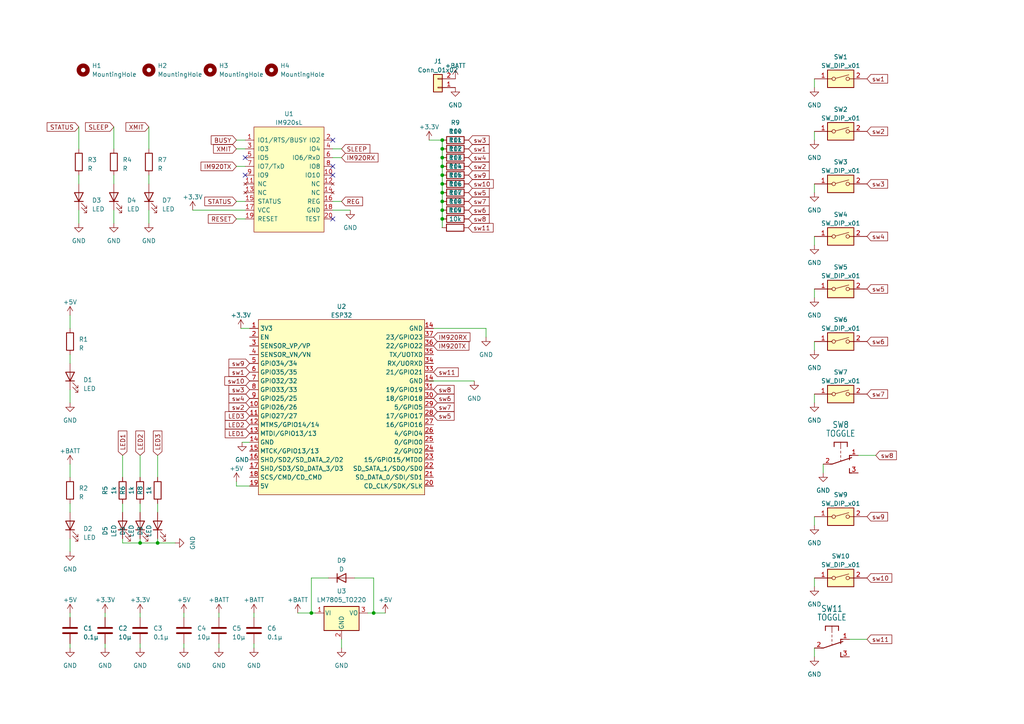
<source format=kicad_sch>
(kicad_sch (version 20230121) (generator eeschema)
  (paper "A4")
  (lib_symbols
    (symbol "Connector_Generic:Conn_01x02" (pin_names (offset 1.016) hide)
      (property "Reference" "J" (at 0 2.54 0))
      (property "Value" "Conn_01x02" (at 0 -5.08 0))
      (symbol "Conn_01x02_1_1"
        (rectangle (start -1.27 -2.413) (end 0 -2.667) (stroke (width 0.1524)))
        (rectangle (start -1.27 0.127) (end 0 -0.127) (stroke (width 0.1524)))
        (rectangle (start -1.27 1.27) (end 1.27 -3.81) (stroke (width 0.254)) (fill (type background)))
        (pin passive line (at -5.08 0 0) (length 3.81) (name "Pin_1") (number "1"))
        (pin passive line (at -5.08 -2.54 0) (length 3.81) (name "Pin_2") (number "2"))
      )
    )
    (symbol "Device:C" (pin_numbers hide) (pin_names (offset 0.254))
      (property "Reference" "C" (at 0.635 2.54 0))
      (property "Value" "C" (at 0.635 -2.54 0))
      (symbol "C_0_1"
        (polyline (pts (xy -2.032 -0.762) (xy 2.032 -0.762)) (stroke (width 0.508)))
        (polyline (pts (xy -2.032 0.762) (xy 2.032 0.762)) (stroke (width 0.508)))
      )
      (symbol "C_1_1"
        (pin passive line (at 0 3.81 270) (length 2.794) (name "~") (number "1"))
        (pin passive line (at 0 -3.81 90) (length 2.794) (name "~") (number "2"))
      )
    )
    (symbol "Device:D" (pin_numbers hide) (pin_names (offset 1.016) hide)
      (property "Reference" "D" (at 0 2.54 0))
      (property "Value" "D" (at 0 -2.54 0))
      (symbol "D_0_1"
        (polyline (pts (xy -1.27 1.27) (xy -1.27 -1.27)) (stroke (width 0.254)))
        (polyline (pts (xy 1.27 0) (xy -1.27 0)))
        (polyline (pts (xy 1.27 1.27) (xy 1.27 -1.27) (xy -1.27 0) (xy 1.27 1.27)) (stroke (width 0.254)))
      )
      (symbol "D_1_1"
        (pin passive line (at -3.81 0 0) (length 2.54) (name "K") (number "1"))
        (pin passive line (at 3.81 0 180) (length 2.54) (name "A") (number "2"))
      )
    )
    (symbol "Device:LED" (pin_numbers hide) (pin_names (offset 1.016) hide)
      (property "Reference" "D" (at 0 2.54 0))
      (property "Value" "LED" (at 0 -2.54 0))
      (symbol "LED_0_1"
        (polyline (pts (xy -1.27 -1.27) (xy -1.27 1.27)) (stroke (width 0.254)))
        (polyline (pts (xy -1.27 0) (xy 1.27 0)))
        (polyline (pts (xy 1.27 -1.27) (xy 1.27 1.27) (xy -1.27 0) (xy 1.27 -1.27)) (stroke (width 0.254)))
        (polyline (pts (xy -3.048 -0.762) (xy -4.572 -2.286) (xy -3.81 -2.286) (xy -4.572 -2.286) (xy -4.572 -1.524)))
        (polyline (pts (xy -1.778 -0.762) (xy -3.302 -2.286) (xy -2.54 -2.286) (xy -3.302 -2.286) (xy -3.302 -1.524)))
      )
      (symbol "LED_1_1"
        (pin passive line (at -3.81 0 0) (length 2.54) (name "K") (number "1"))
        (pin passive line (at 3.81 0 180) (length 2.54) (name "A") (number "2"))
      )
    )
    (symbol "Device:R" (pin_numbers hide) (pin_names (offset 0))
      (property "Reference" "R" (at 2.032 0 90))
      (property "Value" "R" (at 0 0 90))
      (symbol "R_0_1"
        (rectangle (start -1.016 -2.54) (end 1.016 2.54) (stroke (width 0.254)))
      )
      (symbol "R_1_1"
        (pin passive line (at 0 3.81 270) (length 1.27) (name "~") (number "1"))
        (pin passive line (at 0 -3.81 90) (length 1.27) (name "~") (number "2"))
      )
    )
    (symbol "ESP32:ESP32"
      (property "Reference" "U" (at 0 0 0))
      (property "Value" "ESP32" (at 0 0 0))
      (symbol "ESP32_1_1"
        (rectangle (start -24.13 24.13) (end 24.13 -26.67) (fill (type background)))
        (pin power_out line (at -26.67 21.59 0) (length 2.54) (name "3V3") (number "1"))
        (pin bidirectional line (at -26.67 -1.27 0) (length 2.54) (name "GPIO26/26") (number "10"))
        (pin bidirectional line (at -26.67 -3.81 0) (length 2.54) (name "GPIO27/27") (number "11"))
        (pin bidirectional line (at -26.67 -6.35 0) (length 2.54) (name "MTMS/GPIO14/14") (number "12"))
        (pin bidirectional line (at -26.67 -8.89 0) (length 2.54) (name "MTDI/GPIO13/13") (number "13"))
        (pin power_out line (at -26.67 -11.43 0) (length 2.54) (name "GND") (number "14"))
        (pin power_out line (at 26.67 6.35 180) (length 2.54) (name "GND") (number "14"))
        (pin power_out line (at 26.67 21.59 180) (length 2.54) (name "GND") (number "14"))
        (pin bidirectional line (at -26.67 -13.97 0) (length 2.54) (name "MTCK/GPIO13/13") (number "15"))
        (pin bidirectional line (at -26.67 -16.51 0) (length 2.54) (name "SHD/SD2/SD_DATA_2/D2") (number "16"))
        (pin bidirectional line (at -26.67 -19.05 0) (length 2.54) (name "SHD/SD3/SD_DATA_3/D3") (number "17"))
        (pin bidirectional line (at -26.67 -21.59 0) (length 2.54) (name "SCS/CMD/CD_CMD") (number "18"))
        (pin power_out line (at -26.67 -24.13 0) (length 2.54) (name "5V") (number "19"))
        (pin input line (at -26.67 19.05 0) (length 2.54) (name "EN") (number "2"))
        (pin bidirectional line (at 26.67 -24.13 180) (length 2.54) (name "CD_CLK/SDK/SLK") (number "20"))
        (pin bidirectional line (at 26.67 -21.59 180) (length 2.54) (name "SD_DATA_0/SDI/SD1") (number "21"))
        (pin bidirectional line (at 26.67 -19.05 180) (length 2.54) (name "SD_SATA_1/SDO/SD0") (number "22"))
        (pin bidirectional line (at 26.67 -16.51 180) (length 2.54) (name "15/GPIO15/MTDO") (number "23"))
        (pin bidirectional line (at 26.67 -13.97 180) (length 2.54) (name "2/GPIO2") (number "24"))
        (pin bidirectional line (at 26.67 -11.43 180) (length 2.54) (name "0/GPIO0") (number "25"))
        (pin bidirectional line (at 26.67 -8.89 180) (length 2.54) (name "4/GPIO4") (number "26"))
        (pin bidirectional line (at 26.67 -6.35 180) (length 2.54) (name "16/GPIO16") (number "27"))
        (pin bidirectional line (at 26.67 -3.81 180) (length 2.54) (name "17/GPIO17") (number "28"))
        (pin bidirectional line (at 26.67 -1.27 180) (length 2.54) (name "5/GPIO5") (number "29"))
        (pin input line (at -26.67 16.51 0) (length 2.54) (name "SENSOR_VP/VP") (number "3"))
        (pin bidirectional line (at 26.67 1.27 180) (length 2.54) (name "18/GPIO18") (number "30"))
        (pin bidirectional line (at 26.67 3.81 180) (length 2.54) (name "19/GPIO19") (number "31"))
        (pin bidirectional line (at 26.67 8.89 180) (length 2.54) (name "21/GPIO21") (number "33"))
        (pin bidirectional line (at 26.67 11.43 180) (length 2.54) (name "RX/UORXD") (number "34"))
        (pin bidirectional line (at 26.67 13.97 180) (length 2.54) (name "TX/UOTXD") (number "35"))
        (pin bidirectional line (at 26.67 16.51 180) (length 2.54) (name "22/GPIO22") (number "36"))
        (pin bidirectional line (at 26.67 19.05 180) (length 2.54) (name "23/GPIO23") (number "37"))
        (pin input line (at -26.67 13.97 0) (length 2.54) (name "SENSOR_VN/VN") (number "4"))
        (pin bidirectional line (at -26.67 11.43 0) (length 2.54) (name "GPIO34/34") (number "5"))
        (pin bidirectional line (at -26.67 8.89 0) (length 2.54) (name "GPIO35/35") (number "6"))
        (pin bidirectional line (at -26.67 6.35 0) (length 2.54) (name "GPIO32/32") (number "7"))
        (pin bidirectional line (at -26.67 3.81 0) (length 2.54) (name "GPIO33/33") (number "8"))
        (pin bidirectional line (at -26.67 1.27 0) (length 2.54) (name "GPIO25/25") (number "9"))
      )
    )
    (symbol "Mechanical:MountingHole" (pin_names (offset 1.016))
      (property "Reference" "H" (at 0 5.08 0))
      (property "Value" "MountingHole" (at 0 3.175 0))
      (symbol "MountingHole_0_1"
        (circle (center 0 0) (radius 1.27) (stroke (width 1.27)))
      )
    )
    (symbol "Regulator_Linear:LM7805_TO220" (pin_names (offset 0.254))
      (property "Reference" "U" (at -3.81 3.175 0))
      (property "Value" "LM7805_TO220" (at 0 3.175 0))
      (symbol "LM7805_TO220_0_1"
        (rectangle (start -5.08 1.905) (end 5.08 -5.08) (stroke (width 0.254)) (fill (type background)))
      )
      (symbol "LM7805_TO220_1_1"
        (pin power_in line (at -7.62 0 0) (length 2.54) (name "VI") (number "1"))
        (pin power_in line (at 0 -7.62 90) (length 2.54) (name "GND") (number "2"))
        (pin power_out line (at 7.62 0 180) (length 2.54) (name "VO") (number "3"))
      )
    )
    (symbol "Switch:SW_DIP_x01" (pin_names (offset 0) hide)
      (property "Reference" "SW" (at 0 3.81 0))
      (property "Value" "SW_DIP_x01" (at 0 -3.81 0))
      (symbol "SW_DIP_x01_0_0"
        (circle (center -2.032 0) (radius 0.508))
        (polyline (pts (xy -1.524 0.127) (xy 2.3622 1.1684)))
        (circle (center 2.032 0) (radius 0.508))
      )
      (symbol "SW_DIP_x01_0_1"
        (rectangle (start -3.81 2.54) (end 3.81 -2.54) (stroke (width 0.254)) (fill (type background)))
      )
      (symbol "SW_DIP_x01_1_1"
        (pin passive line (at -7.62 0 0) (length 5.08) (name "~") (number "1"))
        (pin passive line (at 7.62 0 180) (length 5.08) (name "~") (number "2"))
      )
    )
    (symbol "interplan:IM920sL" (pin_names (offset 1.016))
      (property "Reference" "U" (at 0 15.24 0))
      (property "Value" "IM920sL" (at 0 -17.78 0))
      (symbol "IM920sL_0_1"
        (rectangle (start -10.16 13.97) (end 10.16 -16.51) (fill (type background)))
      )
      (symbol "IM920sL_1_1"
        (pin input line (at -12.7 10.16 0) (length 2.54) (name "IO1/RTS/BUSY") (number "1"))
        (pin input line (at 12.7 0 180) (length 2.54) (name "IO10") (number "10"))
        (pin no_connect line (at -12.7 -2.54 0) (length 2.54) (name "NC") (number "11"))
        (pin no_connect line (at 12.7 -2.54 180) (length 2.54) (name "NC") (number "12"))
        (pin no_connect line (at -12.7 -5.08 0) (length 2.54) (name "NC") (number "13"))
        (pin no_connect line (at 12.7 -5.08 180) (length 2.54) (name "NC") (number "14"))
        (pin input line (at -12.7 -7.62 0) (length 2.54) (name "STATUS") (number "15"))
        (pin input line (at 12.7 -7.62 180) (length 2.54) (name "REG") (number "16"))
        (pin input line (at -12.7 -10.16 0) (length 2.54) (name "VCC") (number "17"))
        (pin input line (at 12.7 -10.16 180) (length 2.54) (name "GND") (number "18"))
        (pin input line (at -12.7 -12.7 0) (length 2.54) (name "RESET") (number "19"))
        (pin input line (at 12.7 10.16 180) (length 2.54) (name "IO2") (number "2"))
        (pin input line (at 12.7 -12.7 180) (length 2.54) (name "TEST") (number "20"))
        (pin input line (at -12.7 7.62 0) (length 2.54) (name "IO3") (number "3"))
        (pin input line (at 12.7 7.62 180) (length 2.54) (name "IO4") (number "4"))
        (pin input line (at -12.7 5.08 0) (length 2.54) (name "IO5") (number "5"))
        (pin input line (at 12.7 5.08 180) (length 2.54) (name "IO6/RxD") (number "6"))
        (pin input line (at -12.7 2.54 0) (length 2.54) (name "IO7/TxD") (number "7"))
        (pin input line (at 12.7 2.54 180) (length 2.54) (name "IO8") (number "8"))
        (pin input line (at -12.7 0 0) (length 2.54) (name "IO9") (number "9"))
      )
    )
    (symbol "power:+3.3V" (power) (pin_names (offset 0))
      (property "Value" "+3.3V" (at 0 3.556 0))
      (symbol "+3.3V_0_1"
        (polyline (pts (xy -0.762 1.27) (xy 0 2.54)))
        (polyline (pts (xy 0 0) (xy 0 2.54)))
        (polyline (pts (xy 0 2.54) (xy 0.762 1.27)))
      )
      (symbol "+3.3V_1_1"
        (pin power_in line (at 0 0 90) (length 0) hide (name "+3.3V") (number "1"))
      )
    )
    (symbol "power:+5V" (power) (pin_names (offset 0))
      (property "Value" "+5V" (at 0 3.556 0))
      (symbol "+5V_0_1"
        (polyline (pts (xy -0.762 1.27) (xy 0 2.54)))
        (polyline (pts (xy 0 0) (xy 0 2.54)))
        (polyline (pts (xy 0 2.54) (xy 0.762 1.27)))
      )
      (symbol "+5V_1_1"
        (pin power_in line (at 0 0 90) (length 0) hide (name "+5V") (number "1"))
      )
    )
    (symbol "power:+BATT" (power) (pin_names (offset 0))
      (property "Value" "+BATT" (at 0 3.556 0))
      (symbol "+BATT_0_1"
        (polyline (pts (xy -0.762 1.27) (xy 0 2.54)))
        (polyline (pts (xy 0 0) (xy 0 2.54)))
        (polyline (pts (xy 0 2.54) (xy 0.762 1.27)))
      )
      (symbol "+BATT_1_1"
        (pin power_in line (at 0 0 90) (length 0) hide (name "+BATT") (number "1"))
      )
    )
    (symbol "power:GND" (power) (pin_names (offset 0))
      (property "Value" "GND" (at 0 -3.81 0))
      (symbol "GND_0_1"
        (polyline (pts (xy 0 0) (xy 0 -1.27) (xy 1.27 -1.27) (xy 0 -2.54) (xy -1.27 -1.27) (xy 0 -1.27)))
      )
      (symbol "GND_1_1"
        (pin power_in line (at 0 0 270) (length 0) hide (name "GND") (number "1"))
      )
    )
    (symbol "s-ken:TOGGLE"
      (property "Reference" "SW" (at -6.731 -2.667 90))
      (property "Value" "TOGGLE" (at 4.953 -5.08 90))
      (symbol "TOGGLE_1_0"
        (polyline (pts (xy -6.35 -1.905) (xy -5.08 -1.905)) (stroke (width 0.254)))
        (polyline (pts (xy -6.35 0) (xy -6.35 -1.905)) (stroke (width 0.254)))
        (polyline (pts (xy -6.35 0) (xy -4.445 0)) (stroke (width 0.1524)))
        (polyline (pts (xy -6.35 1.905) (xy -6.35 0)) (stroke (width 0.254)))
        (polyline (pts (xy -6.35 1.905) (xy -5.08 1.905)) (stroke (width 0.254)))
        (polyline (pts (xy -3.175 0) (xy -3.81 0)) (stroke (width 0.1524)))
        (polyline (pts (xy -2.54 2.54) (xy -2.54 3.175)) (stroke (width 0.254)))
        (polyline (pts (xy -2.54 2.54) (xy -1.27 2.54)) (stroke (width 0.254)))
        (polyline (pts (xy -1.905 0) (xy -2.54 0)) (stroke (width 0.1524)))
        (polyline (pts (xy -0.889 0) (xy -1.27 0)) (stroke (width 0.1524)))
        (polyline (pts (xy 0 -3.175) (xy 0 -2.54)) (stroke (width 0.254)))
        (polyline (pts (xy 0 -2.54) (xy -1.905 3.175)) (stroke (width 0.254)))
        (polyline (pts (xy 1.27 2.54) (xy 2.54 2.54)) (stroke (width 0.254)))
        (polyline (pts (xy 2.54 2.54) (xy 2.54 3.175)) (stroke (width 0.254)))
        (pin passive line (at -2.54 5.08 270) (length 2.54) (name "O") (number "1"))
        (pin passive line (at 0 -5.08 90) (length 2.54) (name "P") (number "2"))
        (pin passive line (at 2.54 5.08 270) (length 2.54) (name "S") (number "3"))
      )
    )
  )
  (junction (at 128.27 50.8))
  (junction (at 128.27 58.42))
  (junction (at 128.27 43.18))
  (junction (at 45.72 157.48))
  (junction (at 40.64 157.48))
  (junction (at 128.27 63.5))
  (junction (at 128.27 60.96))
  (junction (at 128.27 53.34))
  (junction (at 90.3116 177.8))
  (junction (at 128.27 45.72))
  (junction (at 108.3834 177.8))
  (junction (at 128.27 55.88))
  (junction (at 128.27 40.64))
  (junction (at 128.27 48.26))
  (no_connect (at 71.12 45.72))
  (no_connect (at 96.52 63.5))
  (no_connect (at 71.12 50.8))
  (no_connect (at 96.52 40.64))
  (no_connect (at 96.52 50.8))
  (no_connect (at 96.52 48.26))
  (wire (pts (xy 68.58 139.7) (xy 68.58 140.97)))
  (wire (pts (xy 35.56 148.59) (xy 35.56 146.05)))
  (wire (pts (xy 95.25 167.64) (xy 90.3116 167.64)))
  (wire (pts (xy 124.46 110.4939) (xy 124.46 110.49)))
  (wire (pts (xy 43.18 50.8) (xy 43.18 53.34)))
  (wire (pts (xy 40.64 132.08) (xy 40.64 138.43)))
  (wire (pts (xy 236.22 55.88) (xy 236.22 53.34)))
  (wire (pts (xy 73.66 177.8) (xy 73.66 179.07)))
  (wire (pts (xy 63.5 177.8) (xy 63.5 179.07)))
  (wire (pts (xy 45.72 148.59) (xy 45.72 146.05)))
  (wire (pts (xy 90.3116 167.64) (xy 90.3116 177.8)))
  (wire (pts (xy 53.34 177.8) (xy 53.34 179.07)))
  (wire (pts (xy 125.73 95.25) (xy 140.97 95.25)))
  (wire (pts (xy 72.9782 128.27) (xy 72.39 128.27)))
  (wire (pts (xy 128.27 40.64) (xy 124.46 40.64)))
  (wire (pts (xy 53.34 186.69) (xy 53.34 187.96)))
  (wire (pts (xy 236.22 152.4) (xy 236.22 149.86)))
  (wire (pts (xy 68.58 48.26) (xy 71.12 48.26)))
  (wire (pts (xy 128.27 55.88) (xy 128.27 58.42)))
  (wire (pts (xy 90.3116 177.8) (xy 91.44 177.8)))
  (wire (pts (xy 72.9782 128.2739) (xy 72.9782 128.27)))
  (wire (pts (xy 102.87 167.64) (xy 108.3834 167.64)))
  (wire (pts (xy 96.52 45.72) (xy 99.06 45.72)))
  (wire (pts (xy 30.48 177.8) (xy 30.48 179.07)))
  (wire (pts (xy 128.27 50.8) (xy 128.27 53.34)))
  (wire (pts (xy 128.27 53.34) (xy 128.27 55.88)))
  (wire (pts (xy 20.32 113.03) (xy 20.32 116.84)))
  (wire (pts (xy 45.72 157.48) (xy 45.72 156.21)))
  (wire (pts (xy 50.8 157.48) (xy 45.72 157.48)))
  (wire (pts (xy 68.58 43.18) (xy 71.12 43.18)))
  (wire (pts (xy 35.56 132.08) (xy 35.56 138.43)))
  (wire (pts (xy 236.22 40.64) (xy 236.22 38.1)))
  (wire (pts (xy 128.2888 63.5) (xy 128.27 63.5)))
  (wire (pts (xy 99.06 43.18) (xy 96.52 43.18)))
  (wire (pts (xy 33.02 36.83) (xy 33.02 43.18)))
  (wire (pts (xy 30.48 186.69) (xy 30.48 187.96)))
  (wire (pts (xy 40.64 186.69) (xy 40.64 187.96)))
  (wire (pts (xy 43.18 36.83) (xy 43.18 43.18)))
  (wire (pts (xy 68.58 58.42) (xy 71.12 58.42)))
  (wire (pts (xy 128.27 60.96) (xy 128.27 63.5)))
  (wire (pts (xy 124.46 110.49) (xy 125.73 110.49)))
  (wire (pts (xy 20.32 177.8) (xy 20.32 179.07)))
  (wire (pts (xy 22.86 36.83) (xy 22.86 43.18)))
  (wire (pts (xy 68.58 140.97) (xy 72.39 140.97)))
  (wire (pts (xy 70.211 128.2739) (xy 72.9782 128.2739)))
  (wire (pts (xy 128.27 48.26) (xy 128.27 50.8)))
  (wire (pts (xy 128.27 63.5) (xy 128.27 66.04)))
  (wire (pts (xy 22.86 60.96) (xy 22.86 64.77)))
  (wire (pts (xy 128.27 43.18) (xy 128.27 45.72)))
  (wire (pts (xy 68.58 63.5) (xy 71.12 63.5)))
  (wire (pts (xy 108.3834 177.8) (xy 111.76 177.8)))
  (wire (pts (xy 106.68 177.8) (xy 108.3834 177.8)))
  (wire (pts (xy 43.18 60.96) (xy 43.18 64.77)))
  (wire (pts (xy 45.72 132.08) (xy 45.72 138.43)))
  (wire (pts (xy 128.27 40.64) (xy 128.27 43.18)))
  (wire (pts (xy 238.76 137.16) (xy 238.76 134.62)))
  (wire (pts (xy 72.39 95.25) (xy 69.85 95.25)))
  (wire (pts (xy 40.64 177.8) (xy 40.64 179.07)))
  (wire (pts (xy 96.52 60.96) (xy 101.6 60.96)))
  (wire (pts (xy 55.88 60.96) (xy 71.12 60.96)))
  (wire (pts (xy 128.27 66.04) (xy 128.2173 66.04)))
  (wire (pts (xy 20.32 156.21) (xy 20.32 160.02)))
  (wire (pts (xy 137.5581 110.4939) (xy 124.46 110.4939)))
  (wire (pts (xy 40.64 157.48) (xy 35.56 157.48)))
  (wire (pts (xy 40.64 148.59) (xy 40.64 146.05)))
  (wire (pts (xy 236.22 190.5) (xy 236.22 187.96)))
  (wire (pts (xy 20.32 134.62) (xy 20.32 138.43)))
  (wire (pts (xy 108.3834 167.64) (xy 108.3834 177.8)))
  (wire (pts (xy 86.36 177.8) (xy 90.3116 177.8)))
  (wire (pts (xy 236.22 86.36) (xy 236.22 83.82)))
  (wire (pts (xy 33.02 50.8) (xy 33.02 53.34)))
  (wire (pts (xy 254 132.08) (xy 248.92 132.08)))
  (wire (pts (xy 128.27 58.42) (xy 128.27 60.96)))
  (wire (pts (xy 99.06 58.42) (xy 96.52 58.42)))
  (wire (pts (xy 35.56 157.48) (xy 35.56 156.21)))
  (wire (pts (xy 236.22 25.4) (xy 236.22 22.86)))
  (wire (pts (xy 128.27 45.72) (xy 128.27 48.26)))
  (wire (pts (xy 40.64 157.48) (xy 40.64 156.21)))
  (wire (pts (xy 20.32 91.44) (xy 20.32 95.25)))
  (wire (pts (xy 20.32 186.69) (xy 20.32 187.96)))
  (wire (pts (xy 140.97 95.25) (xy 140.97 97.79)))
  (wire (pts (xy 99.06 185.42) (xy 99.06 187.96)))
  (wire (pts (xy 68.58 40.64) (xy 71.12 40.64)))
  (wire (pts (xy 236.22 101.6) (xy 236.22 99.06)))
  (wire (pts (xy 22.86 50.8) (xy 22.86 53.34)))
  (wire (pts (xy 236.22 71.12) (xy 236.22 68.58)))
  (wire (pts (xy 128.2173 66.04) (xy 128.2173 66.0559)))
  (wire (pts (xy 236.22 170.18) (xy 236.22 167.64)))
  (wire (pts (xy 236.22 116.84) (xy 236.22 114.3)))
  (wire (pts (xy 73.66 186.69) (xy 73.66 187.96)))
  (wire (pts (xy 251.46 185.42) (xy 246.38 185.42)))
  (wire (pts (xy 20.32 146.05) (xy 20.32 148.59)))
  (wire (pts (xy 33.02 60.96) (xy 33.02 64.77)))
  (wire (pts (xy 63.5 186.69) (xy 63.5 187.96)))
  (wire (pts (xy 45.72 157.48) (xy 40.64 157.48)))
  (wire (pts (xy 20.32 102.87) (xy 20.32 105.41)))
  (global_label "LED3" (shape input) (at 45.72 132.08 90) (property "Intersheetrefs" "${INTERSHEET_REFS}" (effects hide)))
  (global_label "sw5" (shape input) (at 135.89 55.88 0) (property "Intersheetrefs" "${INTERSHEET_REFS}" (effects hide)))
  (global_label "sw10" (shape input) (at 251.46 167.64 0) (property "Intersheetrefs" "${INTERSHEET_REFS}" (effects hide)))
  (global_label "sw8" (shape input) (at 125.73 113.03 0) (property "Intersheetrefs" "${INTERSHEET_REFS}" (effects hide)))
  (global_label "sw1" (shape input) (at 251.46 22.86 0) (property "Intersheetrefs" "${INTERSHEET_REFS}" (effects hide)))
  (global_label "LED2" (shape input) (at 72.39 123.19 180) (property "Intersheetrefs" "${INTERSHEET_REFS}" (effects hide)))
  (global_label "REG" (shape input) (at 99.06 58.42 0) (property "Intersheetrefs" "${INTERSHEET_REFS}" (effects hide)))
  (global_label "XMIT" (shape input) (at 43.18 36.83 180) (property "Intersheetrefs" "${INTERSHEET_REFS}" (effects hide)))
  (global_label "sw10" (shape input) (at 72.39 110.49 180) (property "Intersheetrefs" "${INTERSHEET_REFS}" (effects hide)))
  (global_label "sw6" (shape input) (at 251.46 99.06 0) (property "Intersheetrefs" "${INTERSHEET_REFS}" (effects hide)))
  (global_label "IM920RX" (shape input) (at 125.73 97.79 0) (property "Intersheetrefs" "${INTERSHEET_REFS}" (effects hide)))
  (global_label "sw11" (shape input) (at 125.73 107.95 0) (property "Intersheetrefs" "${INTERSHEET_REFS}" (effects hide)))
  (global_label "sw4" (shape input) (at 72.39 115.57 180) (property "Intersheetrefs" "${INTERSHEET_REFS}" (effects hide)))
  (global_label "IM920TX" (shape input) (at 125.73 100.33 0) (property "Intersheetrefs" "${INTERSHEET_REFS}" (effects hide)))
  (global_label "sw2" (shape input) (at 251.46 38.1 0) (property "Intersheetrefs" "${INTERSHEET_REFS}" (effects hide)))
  (global_label "RESET" (shape input) (at 68.58 63.5 180) (property "Intersheetrefs" "${INTERSHEET_REFS}" (effects hide)))
  (global_label "sw9" (shape input) (at 135.89 50.8 0) (property "Intersheetrefs" "${INTERSHEET_REFS}" (effects hide)))
  (global_label "LED3" (shape input) (at 72.39 120.65 180) (property "Intersheetrefs" "${INTERSHEET_REFS}" (effects hide)))
  (global_label "LED2" (shape input) (at 40.64 132.08 90) (property "Intersheetrefs" "${INTERSHEET_REFS}" (effects hide)))
  (global_label "sw4" (shape input) (at 251.46 68.58 0) (property "Intersheetrefs" "${INTERSHEET_REFS}" (effects hide)))
  (global_label "LED1" (shape input) (at 35.56 132.08 90) (property "Intersheetrefs" "${INTERSHEET_REFS}" (effects hide)))
  (global_label "LED1" (shape input) (at 72.39 125.73 180) (property "Intersheetrefs" "${INTERSHEET_REFS}" (effects hide)))
  (global_label "sw4" (shape input) (at 135.89 45.72 0) (property "Intersheetrefs" "${INTERSHEET_REFS}" (effects hide)))
  (global_label "sw9" (shape input) (at 72.39 105.41 180) (property "Intersheetrefs" "${INTERSHEET_REFS}" (effects hide)))
  (global_label "sw9" (shape input) (at 251.46 149.86 0) (property "Intersheetrefs" "${INTERSHEET_REFS}" (effects hide)))
  (global_label "sw8" (shape input) (at 254 132.08 0) (property "Intersheetrefs" "${INTERSHEET_REFS}" (effects hide)))
  (global_label "sw7" (shape input) (at 135.89 58.42 0) (property "Intersheetrefs" "${INTERSHEET_REFS}" (effects hide)))
  (global_label "sw11" (shape input) (at 135.8373 66.0559 0) (property "Intersheetrefs" "${INTERSHEET_REFS}" (effects hide)))
  (global_label "sw3" (shape input) (at 72.39 113.03 180) (property "Intersheetrefs" "${INTERSHEET_REFS}" (effects hide)))
  (global_label "sw7" (shape input) (at 125.73 118.11 0) (property "Intersheetrefs" "${INTERSHEET_REFS}" (effects hide)))
  (global_label "SLEEP" (shape input) (at 33.02 36.83 180) (property "Intersheetrefs" "${INTERSHEET_REFS}" (effects hide)))
  (global_label "sw1" (shape input) (at 72.39 107.95 180) (property "Intersheetrefs" "${INTERSHEET_REFS}" (effects hide)))
  (global_label "BUSY" (shape input) (at 68.58 40.64 180) (property "Intersheetrefs" "${INTERSHEET_REFS}" (effects hide)))
  (global_label "sw3" (shape input) (at 135.89 40.64 0) (property "Intersheetrefs" "${INTERSHEET_REFS}" (effects hide)))
  (global_label "sw1" (shape input) (at 135.89 43.18 0) (property "Intersheetrefs" "${INTERSHEET_REFS}" (effects hide)))
  (global_label "sw6" (shape input) (at 125.73 115.57 0) (property "Intersheetrefs" "${INTERSHEET_REFS}" (effects hide)))
  (global_label "sw11" (shape input) (at 251.46 185.42 0) (property "Intersheetrefs" "${INTERSHEET_REFS}" (effects hide)))
  (global_label "STATUS" (shape input) (at 22.86 36.83 180) (property "Intersheetrefs" "${INTERSHEET_REFS}" (effects hide)))
  (global_label "SLEEP" (shape input) (at 99.06 43.18 0) (property "Intersheetrefs" "${INTERSHEET_REFS}" (effects hide)))
  (global_label "sw3" (shape input) (at 251.46 53.34 0) (property "Intersheetrefs" "${INTERSHEET_REFS}" (effects hide)))
  (global_label "IM920RX" (shape input) (at 99.06 45.72 0) (property "Intersheetrefs" "${INTERSHEET_REFS}" (effects hide)))
  (global_label "sw7" (shape input) (at 251.46 114.3 0) (property "Intersheetrefs" "${INTERSHEET_REFS}" (effects hide)))
  (global_label "sw8" (shape input) (at 135.89 63.5 0) (property "Intersheetrefs" "${INTERSHEET_REFS}" (effects hide)))
  (global_label "sw6" (shape input) (at 135.89 60.96 0) (property "Intersheetrefs" "${INTERSHEET_REFS}" (effects hide)))
  (global_label "sw5" (shape input) (at 251.46 83.82 0) (property "Intersheetrefs" "${INTERSHEET_REFS}" (effects hide)))
  (global_label "STATUS" (shape input) (at 68.58 58.42 180) (property "Intersheetrefs" "${INTERSHEET_REFS}" (effects hide)))
  (global_label "sw2" (shape input) (at 135.89 48.26 0) (property "Intersheetrefs" "${INTERSHEET_REFS}" (effects hide)))
  (global_label "sw10" (shape input) (at 135.89 53.34 0) (property "Intersheetrefs" "${INTERSHEET_REFS}" (effects hide)))
  (global_label "IM920TX" (shape input) (at 68.58 48.26 180) (property "Intersheetrefs" "${INTERSHEET_REFS}" (effects hide)))
  (global_label "sw2" (shape input) (at 72.39 118.11 180) (property "Intersheetrefs" "${INTERSHEET_REFS}" (effects hide)))
  (global_label "sw5" (shape input) (at 125.73 120.65 0) (property "Intersheetrefs" "${INTERSHEET_REFS}" (effects hide)))
  (global_label "XMIT" (shape input) (at 68.58 43.18 180) (property "Intersheetrefs" "${INTERSHEET_REFS}" (effects hide)))
  (symbol (lib_id "interplan:IM920sL") (at 83.82 50.8 0) (unit 1)
    (property "Reference" "U1" (at 83.82 33.02 0))
    (property "Value" "IM920sL" (at 83.82 35.56 0))
    (property "Footprint" "interplan:IM920c-ADP_1" (effects hide))
  )
  (symbol (lib_id "ESP32:ESP32") (at 99.06 116.84 0) (unit 1)
    (property "Reference" "U2" (at 99.06 88.9 0))
    (property "Value" "ESP32" (at 99.06 91.44 0))
    (property "Footprint" "ESP32_fot:ESP32" (effects hide))
  )
  (symbol (lib_id "power:GND") (at 236.22 190.5 0) (unit 1)
    (property "Reference" "#PWR044" (effects hide))
    (property "Value" "GND" (at 236.22 195.58 0))
  )
  (symbol (lib_id "Device:C") (at 53.34 182.88 0) (unit 1)
    (property "Reference" "C4" (at 57.15 182.245 0) (effects (justify left)))
    (property "Value" "10μ" (at 57.15 184.785 0) (effects (justify left)))
    (property "Footprint" "Capacitor_THT:CP_Radial_Tantal_D6.0mm_P2.50mm" (effects hide))
  )
  (symbol (lib_id "power:+BATT") (at 86.36 177.8 0) (unit 1)
    (property "Reference" "#PWR025" (effects hide))
    (property "Value" "+BATT" (at 86.36 173.99 0))
  )
  (symbol (lib_id "power:GND") (at 236.22 116.84 0) (unit 1)
    (property "Reference" "#PWR040" (effects hide))
    (property "Value" "GND" (at 236.22 121.92 0))
  )
  (symbol (lib_id "power:GND") (at 73.66 187.96 0) (unit 1)
    (property "Reference" "#PWR024" (effects hide))
    (property "Value" "GND" (at 73.66 193.04 0))
  )
  (symbol (lib_id "Connector_Generic:Conn_01x02") (at 127 25.4 180) (unit 1)
    (property "Reference" "J1" (at 127 17.78 0))
    (property "Value" "Conn_01x02" (at 127 20.32 0))
    (property "Footprint" "Connector_AMASS:AMASS_XT30PW-F_1x02_P2.50mm_Horizontal" (effects hide))
  )
  (symbol (lib_id "Device:LED") (at 43.18 57.15 90) (unit 1)
    (property "Reference" "D7" (at 46.99 58.1025 90) (effects (justify right)))
    (property "Value" "LED" (at 46.99 60.6425 90) (effects (justify right)))
    (property "Footprint" "LED_THT:LED_D3.0mm" (effects hide))
  )
  (symbol (lib_id "Device:R") (at 35.56 142.24 0) (unit 1)
    (property "Reference" "R5" (at 30.48 142.24 90))
    (property "Value" "1k" (at 33.02 142.24 90))
    (property "Footprint" "Resistor_THT:R_Axial_DIN0204_L3.6mm_D1.6mm_P7.62mm_Horizontal" (effects hide))
  )
  (symbol (lib_id "power:+BATT") (at 63.5 177.8 0) (unit 1)
    (property "Reference" "#PWR018" (effects hide))
    (property "Value" "+BATT" (at 63.5 173.99 0))
  )
  (symbol (lib_id "Device:R") (at 132.08 45.72 270) (unit 1)
    (property "Reference" "R11" (at 132.08 40.64 90))
    (property "Value" "10k" (at 132.08 43.18 90))
    (property "Footprint" "Resistor_THT:R_Axial_DIN0204_L3.6mm_D1.6mm_P7.62mm_Horizontal" (effects hide))
  )
  (symbol (lib_id "power:GND") (at 101.6 60.96 0) (unit 1)
    (property "Reference" "#PWR027" (effects hide))
    (property "Value" "GND" (at 101.6 66.04 0))
  )
  (symbol (lib_id "Device:R") (at 132.08 60.96 270) (unit 1)
    (property "Reference" "R17" (at 132.08 55.88 90))
    (property "Value" "10k" (at 132.08 58.42 90))
    (property "Footprint" "Resistor_THT:R_Axial_DIN0204_L3.6mm_D1.6mm_P7.62mm_Horizontal" (effects hide))
  )
  (symbol (lib_id "Device:C") (at 63.5 182.88 0) (unit 1)
    (property "Reference" "C5" (at 67.31 182.245 0) (effects (justify left)))
    (property "Value" "10μ" (at 67.31 184.785 0) (effects (justify left)))
    (property "Footprint" "Capacitor_THT:CP_Radial_Tantal_D6.0mm_P2.50mm" (effects hide))
  )
  (symbol (lib_id "power:GND") (at 236.22 86.36 0) (unit 1)
    (property "Reference" "#PWR038" (effects hide))
    (property "Value" "GND" (at 236.22 91.44 0))
  )
  (symbol (lib_id "Device:R") (at 132.08 63.5 270) (unit 1)
    (property "Reference" "R18" (at 132.08 58.42 90))
    (property "Value" "10k" (at 132.08 60.96 90))
    (property "Footprint" "Resistor_THT:R_Axial_DIN0204_L3.6mm_D1.6mm_P7.62mm_Horizontal" (effects hide))
  )
  (symbol (lib_id "power:+3.3V") (at 69.85 95.25 0) (unit 1)
    (property "Reference" "#PWR021" (effects hide))
    (property "Value" "+3.3V" (at 69.85 91.44 0))
  )
  (symbol (lib_id "Device:LED") (at 20.32 109.22 90) (unit 1)
    (property "Reference" "D1" (at 24.13 110.1725 90) (effects (justify right)))
    (property "Value" "LED" (at 24.13 112.7125 90) (effects (justify right)))
    (property "Footprint" "LED_THT:LED_D3.0mm" (effects hide))
  )
  (symbol (lib_id "power:GND") (at 70.211 128.2739 0) (unit 1)
    (property "Reference" "#PWR022" (effects hide))
    (property "Value" "GND" (at 70.211 133.3539 0))
  )
  (symbol (lib_id "power:GND") (at 30.48 187.96 0) (unit 1)
    (property "Reference" "#PWR09" (effects hide))
    (property "Value" "GND" (at 30.48 193.04 0))
  )
  (symbol (lib_id "power:GND") (at 238.76 137.16 0) (unit 1)
    (property "Reference" "#PWR043" (effects hide))
    (property "Value" "GND" (at 238.76 142.24 0))
  )
  (symbol (lib_id "Device:C") (at 73.66 182.88 0) (unit 1)
    (property "Reference" "C6" (at 77.47 182.245 0) (effects (justify left)))
    (property "Value" "0.1μ" (at 77.47 184.785 0) (effects (justify left)))
    (property "Footprint" "Capacitor_THT:C_Disc_D3.0mm_W1.6mm_P2.50mm" (effects hide))
  )
  (symbol (lib_id "Device:R") (at 43.18 46.99 180) (unit 1)
    (property "Reference" "R7" (at 45.72 46.355 0) (effects (justify right)))
    (property "Value" "R" (at 45.72 48.895 0) (effects (justify right)))
    (property "Footprint" "Resistor_THT:R_Axial_DIN0204_L3.6mm_D1.6mm_P7.62mm_Horizontal" (effects hide))
  )
  (symbol (lib_id "Device:R") (at 132.08 48.26 270) (unit 1)
    (property "Reference" "R12" (at 132.08 43.18 90))
    (property "Value" "10k" (at 132.08 45.72 90))
    (property "Footprint" "Resistor_THT:R_Axial_DIN0204_L3.6mm_D1.6mm_P7.62mm_Horizontal" (effects hide))
  )
  (symbol (lib_id "Device:R") (at 132.08 58.42 270) (unit 1)
    (property "Reference" "R16" (at 132.08 53.34 90))
    (property "Value" "10k" (at 132.08 55.88 90))
    (property "Footprint" "Resistor_THT:R_Axial_DIN0204_L3.6mm_D1.6mm_P7.62mm_Horizontal" (effects hide))
  )
  (symbol (lib_id "Device:R") (at 40.64 142.24 0) (unit 1)
    (property "Reference" "R6" (at 35.56 142.24 90))
    (property "Value" "1k" (at 38.1 142.24 90))
    (property "Footprint" "Resistor_THT:R_Axial_DIN0204_L3.6mm_D1.6mm_P7.62mm_Horizontal" (effects hide))
  )
  (symbol (lib_id "Device:R") (at 45.72 142.24 0) (unit 1)
    (property "Reference" "R8" (at 40.64 142.24 90))
    (property "Value" "1k" (at 43.18 142.24 90))
    (property "Footprint" "Resistor_THT:R_Axial_DIN0204_L3.6mm_D1.6mm_P7.62mm_Horizontal" (effects hide))
  )
  (symbol (lib_id "Device:LED") (at 20.32 152.4 90) (unit 1)
    (property "Reference" "D2" (at 24.13 153.3525 90) (effects (justify right)))
    (property "Value" "LED" (at 24.13 155.8925 90) (effects (justify right)))
    (property "Footprint" "LED_THT:LED_D3.0mm" (effects hide))
  )
  (symbol (lib_id "power:+3.3V") (at 40.64 177.8 0) (unit 1)
    (property "Reference" "#PWR011" (effects hide))
    (property "Value" "+3.3V" (at 40.64 173.99 0))
  )
  (symbol (lib_id "Device:R") (at 132.08 53.34 270) (unit 1)
    (property "Reference" "R14" (at 132.08 48.26 90))
    (property "Value" "10k" (at 132.08 50.8 90))
    (property "Footprint" "Resistor_THT:R_Axial_DIN0204_L3.6mm_D1.6mm_P7.62mm_Horizontal" (effects hide))
  )
  (symbol (lib_id "power:GND") (at 22.86 64.77 0) (unit 1)
    (property "Reference" "#PWR07" (effects hide))
    (property "Value" "GND" (at 22.86 69.85 0))
  )
  (symbol (lib_id "Switch:SW_DIP_x01") (at 243.84 83.82 0) (unit 1)
    (property "Reference" "SW5" (at 243.84 77.47 0))
    (property "Value" "SW_DIP_x01" (at 243.84 80.01 0))
    (property "Footprint" "Button_Switch_THT:SW_PUSH-12mm" (effects hide))
  )
  (symbol (lib_id "Device:R") (at 132.08 55.88 270) (unit 1)
    (property "Reference" "R15" (at 132.08 50.8 90))
    (property "Value" "10k" (at 132.08 53.34 90))
    (property "Footprint" "Resistor_THT:R_Axial_DIN0204_L3.6mm_D1.6mm_P7.62mm_Horizontal" (effects hide))
  )
  (symbol (lib_id "Mechanical:MountingHole") (at 78.74 20.32 0) (unit 1)
    (property "Reference" "H4" (at 81.28 19.0499 0) (effects (justify left)))
    (property "Value" "MountingHole" (at 81.28 21.5899 0) (effects (justify left)))
    (property "Footprint" "MountingHole:MountingHole_3.2mm_M3" (effects hide))
  )
  (symbol (lib_id "power:GND") (at 20.32 116.84 0) (unit 1)
    (property "Reference" "#PWR02" (effects hide))
    (property "Value" "GND" (at 20.32 121.92 0))
  )
  (symbol (lib_id "Device:C") (at 40.64 182.88 0) (unit 1)
    (property "Reference" "C3" (at 44.45 182.245 0) (effects (justify left)))
    (property "Value" "0.1μ" (at 44.45 184.785 0) (effects (justify left)))
    (property "Footprint" "Capacitor_THT:C_Disc_D3.0mm_W1.6mm_P2.50mm" (effects hide))
  )
  (symbol (lib_id "Switch:SW_DIP_x01") (at 243.84 149.86 0) (unit 1)
    (property "Reference" "SW9" (at 243.84 143.51 0))
    (property "Value" "SW_DIP_x01" (at 243.84 146.05 0))
    (property "Footprint" "Button_Switch_THT:SW_PUSH-12mm" (effects hide))
  )
  (symbol (lib_id "power:+3.3V") (at 30.48 177.8 0) (unit 1)
    (property "Reference" "#PWR08" (effects hide))
    (property "Value" "+3.3V" (at 30.48 173.99 0))
  )
  (symbol (lib_id "power:GND") (at 236.22 40.64 0) (unit 1)
    (property "Reference" "#PWR035" (effects hide))
    (property "Value" "GND" (at 236.22 45.72 0))
  )
  (symbol (lib_id "Regulator_Linear:LM7805_TO220") (at 99.06 177.8 0) (unit 1)
    (property "Reference" "U3" (at 99.06 171.45 0))
    (property "Value" "LM7805_TO220" (at 99.06 173.99 0))
    (property "Footprint" "Package_TO_SOT_THT:TO-220-3_Vertical" (effects hide))
    (property "Datasheet" "https://www.onsemi.cn/PowerSolutions/document/MC7800-D.PDF" (effects hide))
  )
  (symbol (lib_id "Device:R") (at 132.08 50.8 270) (unit 1)
    (property "Reference" "R13" (at 132.08 45.72 90))
    (property "Value" "10k" (at 132.08 48.26 90))
    (property "Footprint" "Resistor_THT:R_Axial_DIN0204_L3.6mm_D1.6mm_P7.62mm_Horizontal" (effects hide))
  )
  (symbol (lib_id "Mechanical:MountingHole") (at 60.96 20.32 0) (unit 1)
    (property "Reference" "H3" (at 63.5 19.0499 0) (effects (justify left)))
    (property "Value" "MountingHole" (at 63.5 21.5899 0) (effects (justify left)))
    (property "Footprint" "MountingHole:MountingHole_3.2mm_M3" (effects hide))
  )
  (symbol (lib_id "Mechanical:MountingHole") (at 24.13 20.32 0) (unit 1)
    (property "Reference" "H1" (at 26.67 19.05 0) (effects (justify left)))
    (property "Value" "MountingHole" (at 26.67 21.5899 0) (effects (justify left)))
    (property "Footprint" "MountingHole:MountingHole_3.2mm_M3" (effects hide))
  )
  (symbol (lib_id "Switch:SW_DIP_x01") (at 243.84 22.86 0) (unit 1)
    (property "Reference" "SW1" (at 243.84 16.51 0))
    (property "Value" "SW_DIP_x01" (at 243.84 19.05 0))
    (property "Footprint" "Button_Switch_THT:SW_PUSH-12mm" (effects hide))
  )
  (symbol (lib_id "Device:D") (at 99.06 167.64 0) (unit 1)
    (property "Reference" "D9" (at 99.06 162.56 0))
    (property "Value" "D" (at 99.06 165.1 0))
    (property "Footprint" "Diode_THT:D_DO-35_SOD27_P7.62mm_Horizontal" (effects hide))
    (property "Sim.Device" "D" (effects hide))
    (property "Sim.Pins" "1=K 2=A" (effects hide))
  )
  (symbol (lib_id "power:GND") (at 20.32 160.02 0) (unit 1)
    (property "Reference" "#PWR04" (effects hide))
    (property "Value" "GND" (at 20.32 165.1 0))
  )
  (symbol (lib_id "Switch:SW_DIP_x01") (at 243.84 167.64 0) (unit 1)
    (property "Reference" "SW10" (at 243.84 161.29 0))
    (property "Value" "SW_DIP_x01" (at 243.84 163.83 0))
    (property "Footprint" "Button_Switch_THT:SW_PUSH-12mm" (effects hide))
  )
  (symbol (lib_id "Switch:SW_DIP_x01") (at 243.84 99.06 0) (unit 1)
    (property "Reference" "SW6" (at 243.84 92.71 0))
    (property "Value" "SW_DIP_x01" (at 243.84 95.25 0))
    (property "Footprint" "Button_Switch_THT:SW_PUSH-12mm" (effects hide))
  )
  (symbol (lib_id "power:+5V") (at 20.32 91.44 0) (unit 1)
    (property "Reference" "#PWR01" (effects hide))
    (property "Value" "+5V" (at 20.32 87.63 0))
  )
  (symbol (lib_id "power:+3.3V") (at 124.46 40.64 0) (unit 1)
    (property "Reference" "#PWR029" (effects hide))
    (property "Value" "+3.3V" (at 124.46 36.83 0))
  )
  (symbol (lib_id "Device:R") (at 20.32 99.06 180) (unit 1)
    (property "Reference" "R1" (at 22.86 98.425 0) (effects (justify right)))
    (property "Value" "R" (at 22.86 100.965 0) (effects (justify right)))
    (property "Footprint" "Resistor_THT:R_Axial_DIN0204_L3.6mm_D1.6mm_P7.62mm_Horizontal" (effects hide))
  )
  (symbol (lib_id "power:GND") (at 50.8 157.48 90) (unit 1)
    (property "Reference" "#PWR014" (effects hide))
    (property "Value" "GND" (at 55.88 157.48 0))
  )
  (symbol (lib_id "Mechanical:MountingHole") (at 43.18 20.32 0) (unit 1)
    (property "Reference" "H2" (at 45.72 19.0499 0) (effects (justify left)))
    (property "Value" "MountingHole" (at 45.72 21.5899 0) (effects (justify left)))
    (property "Footprint" "MountingHole:MountingHole_3.2mm_M3" (effects hide))
  )
  (symbol (lib_id "Device:R") (at 132.08 40.64 270) (unit 1)
    (property "Reference" "R9" (at 132.08 35.56 90))
    (property "Value" "10k" (at 132.08 38.1 90))
    (property "Footprint" "Resistor_THT:R_Axial_DIN0204_L3.6mm_D1.6mm_P7.62mm_Horizontal" (effects hide))
  )
  (symbol (lib_id "Device:R") (at 33.02 46.99 180) (unit 1)
    (property "Reference" "R4" (at 35.56 46.355 0) (effects (justify right)))
    (property "Value" "R" (at 35.56 48.895 0) (effects (justify right)))
    (property "Footprint" "Resistor_THT:R_Axial_DIN0204_L3.6mm_D1.6mm_P7.62mm_Horizontal" (effects hide))
  )
  (symbol (lib_id "power:GND") (at 43.18 64.77 0) (unit 1)
    (property "Reference" "#PWR013" (effects hide))
    (property "Value" "GND" (at 43.18 69.85 0))
  )
  (symbol (lib_id "power:GND") (at 40.64 187.96 0) (unit 1)
    (property "Reference" "#PWR012" (effects hide))
    (property "Value" "GND" (at 40.64 193.04 0))
  )
  (symbol (lib_id "power:GND") (at 236.22 25.4 0) (unit 1)
    (property "Reference" "#PWR034" (effects hide))
    (property "Value" "GND" (at 236.22 30.48 0))
  )
  (symbol (lib_id "power:+5V") (at 68.58 139.7 0) (unit 1)
    (property "Reference" "#PWR020" (effects hide))
    (property "Value" "+5V" (at 68.58 135.89 0))
  )
  (symbol (lib_id "Device:R") (at 132.08 43.18 270) (unit 1)
    (property "Reference" "R10" (at 132.08 38.1 90))
    (property "Value" "10k" (at 132.08 40.64 90))
    (property "Footprint" "Resistor_THT:R_Axial_DIN0204_L3.6mm_D1.6mm_P7.62mm_Horizontal" (effects hide))
  )
  (symbol (lib_id "Device:LED") (at 33.02 57.15 90) (unit 1)
    (property "Reference" "D4" (at 36.83 58.1025 90) (effects (justify right)))
    (property "Value" "LED" (at 36.83 60.6425 90) (effects (justify right)))
    (property "Footprint" "LED_THT:LED_D3.0mm" (effects hide))
  )
  (symbol (lib_id "Switch:SW_DIP_x01") (at 243.84 68.58 0) (unit 1)
    (property "Reference" "SW4" (at 243.84 62.23 0))
    (property "Value" "SW_DIP_x01" (at 243.84 64.77 0))
    (property "Footprint" "Button_Switch_THT:SW_PUSH-12mm" (effects hide))
  )
  (symbol (lib_id "power:+3.3V") (at 55.88 60.96 0) (unit 1)
    (property "Reference" "#PWR017" (effects hide))
    (property "Value" "+3.3V" (at 55.88 57.15 0))
  )
  (symbol (lib_id "Device:R") (at 20.32 142.24 180) (unit 1)
    (property "Reference" "R2" (at 22.86 141.605 0) (effects (justify right)))
    (property "Value" "R" (at 22.86 144.145 0) (effects (justify right)))
    (property "Footprint" "Resistor_THT:R_Axial_DIN0204_L3.6mm_D1.6mm_P7.62mm_Horizontal" (effects hide))
  )
  (symbol (lib_id "Device:LED") (at 40.64 152.4 90) (unit 1)
    (property "Reference" "D6" (at 35.56 153.9875 0))
    (property "Value" "LED" (at 38.1 153.9875 0))
    (property "Footprint" "LED_THT:LED_D3.0mm" (effects hide))
  )
  (symbol (lib_id "power:GND") (at 236.22 55.88 0) (unit 1)
    (property "Reference" "#PWR036" (effects hide))
    (property "Value" "GND" (at 236.22 60.96 0))
  )
  (symbol (lib_id "power:GND") (at 236.22 71.12 0) (unit 1)
    (property "Reference" "#PWR037" (effects hide))
    (property "Value" "GND" (at 236.22 76.2 0))
  )
  (symbol (lib_id "power:+BATT") (at 73.66 177.8 0) (unit 1)
    (property "Reference" "#PWR023" (effects hide))
    (property "Value" "+BATT" (at 73.66 173.99 0))
  )
  (symbol (lib_id "Switch:SW_DIP_x01") (at 243.84 53.34 0) (unit 1)
    (property "Reference" "SW3" (at 243.84 46.99 0))
    (property "Value" "SW_DIP_x01" (at 243.84 49.53 0))
    (property "Footprint" "Button_Switch_THT:SW_PUSH-12mm" (effects hide))
  )
  (symbol (lib_id "power:GND") (at 63.5 187.96 0) (unit 1)
    (property "Reference" "#PWR019" (effects hide))
    (property "Value" "GND" (at 63.5 193.04 0))
  )
  (symbol (lib_id "power:+BATT") (at 20.32 134.62 0) (unit 1)
    (property "Reference" "#PWR03" (effects hide))
    (property "Value" "+BATT" (at 20.32 130.81 0))
  )
  (symbol (lib_id "s-ken:TOGGLE") (at 243.84 134.62 270) (unit 1)
    (property "Reference" "SW8" (at 243.84 123.19 90) (effects (font (size 1.778 1.5113))))
    (property "Value" "TOGGLE" (at 243.84 125.73 90) (effects (font (size 1.778 1.5113))))
    (property "Footprint" "Connector_PinHeader_2.54mm:PinHeader_1x03_P2.54mm_Vertical" (effects hide))
  )
  (symbol (lib_id "power:GND") (at 99.06 187.96 0) (unit 1)
    (property "Reference" "#PWR026" (effects hide))
    (property "Value" "GND" (at 99.06 193.04 0))
  )
  (symbol (lib_id "power:+5V") (at 53.34 177.8 0) (unit 1)
    (property "Reference" "#PWR015" (effects hide))
    (property "Value" "+5V" (at 53.34 173.99 0))
  )
  (symbol (lib_id "power:+5V") (at 20.32 177.8 0) (unit 1)
    (property "Reference" "#PWR05" (effects hide))
    (property "Value" "+5V" (at 20.32 173.99 0))
  )
  (symbol (lib_id "Device:R") (at 132.0273 66.0559 270) (unit 1)
    (property "Reference" "R19" (at 132.0273 60.9759 90))
    (property "Value" "10k" (at 132.0273 63.5159 90))
    (property "Footprint" "Resistor_THT:R_Axial_DIN0204_L3.6mm_D1.6mm_P7.62mm_Horizontal" (effects hide))
  )
  (symbol (lib_id "power:GND") (at 132.08 25.4 0) (unit 1)
    (property "Reference" "#PWR031" (effects hide))
    (property "Value" "GND" (at 132.08 30.48 0))
  )
  (symbol (lib_id "power:+5V") (at 111.76 177.8 0) (unit 1)
    (property "Reference" "#PWR028" (effects hide))
    (property "Value" "+5V" (at 111.76 173.99 0))
  )
  (symbol (lib_id "s-ken:TOGGLE") (at 241.3 187.96 270) (unit 1)
    (property "Reference" "SW11" (at 241.3 176.53 90) (effects (font (size 1.778 1.5113))))
    (property "Value" "TOGGLE" (at 241.3 179.07 90) (effects (font (size 1.778 1.5113))))
    (property "Footprint" "Connector_PinHeader_2.54mm:PinHeader_1x03_P2.54mm_Vertical" (effects hide))
  )
  (symbol (lib_id "power:GND") (at 236.22 170.18 0) (unit 1)
    (property "Reference" "#PWR042" (effects hide))
    (property "Value" "GND" (at 236.22 175.26 0))
  )
  (symbol (lib_id "Device:C") (at 20.32 182.88 0) (unit 1)
    (property "Reference" "C1" (at 24.13 182.245 0) (effects (justify left)))
    (property "Value" "0.1μ" (at 24.13 184.785 0) (effects (justify left)))
    (property "Footprint" "Capacitor_THT:C_Disc_D3.0mm_W1.6mm_P2.50mm" (effects hide))
  )
  (symbol (lib_id "power:GND") (at 33.02 64.77 0) (unit 1)
    (property "Reference" "#PWR010" (effects hide))
    (property "Value" "GND" (at 33.02 69.85 0))
  )
  (symbol (lib_id "Device:LED") (at 45.72 152.4 90) (unit 1)
    (property "Reference" "D8" (at 40.64 153.9875 0))
    (property "Value" "LED" (at 43.18 153.9875 0))
    (property "Footprint" "LED_THT:LED_D3.0mm" (effects hide))
  )
  (symbol (lib_id "Device:LED") (at 22.86 57.15 90) (unit 1)
    (property "Reference" "D3" (at 26.67 58.1025 90) (effects (justify right)))
    (property "Value" "LED" (at 26.67 60.6425 90) (effects (justify right)))
    (property "Footprint" "LED_THT:LED_D3.0mm" (effects hide))
  )
  (symbol (lib_id "Device:R") (at 22.86 46.99 180) (unit 1)
    (property "Reference" "R3" (at 25.4 46.355 0) (effects (justify right)))
    (property "Value" "R" (at 25.4 48.895 0) (effects (justify right)))
    (property "Footprint" "Resistor_THT:R_Axial_DIN0204_L3.6mm_D1.6mm_P7.62mm_Horizontal" (effects hide))
  )
  (symbol (lib_id "power:GND") (at 20.32 187.96 0) (unit 1)
    (property "Reference" "#PWR06" (effects hide))
    (property "Value" "GND" (at 20.32 193.04 0))
  )
  (symbol (lib_id "power:GND") (at 53.34 187.96 0) (unit 1)
    (property "Reference" "#PWR016" (effects hide))
    (property "Value" "GND" (at 53.34 193.04 0))
  )
  (symbol (lib_id "power:GND") (at 236.22 152.4 0) (unit 1)
    (property "Reference" "#PWR041" (effects hide))
    (property "Value" "GND" (at 236.22 157.48 0))
  )
  (symbol (lib_id "power:GND") (at 236.22 101.6 0) (unit 1)
    (property "Reference" "#PWR039" (effects hide))
    (property "Value" "GND" (at 236.22 106.68 0))
  )
  (symbol (lib_id "power:GND") (at 140.97 97.79 0) (unit 1)
    (property "Reference" "#PWR033" (effects hide))
    (property "Value" "GND" (at 140.97 102.87 0))
  )
  (symbol (lib_id "Device:LED") (at 35.56 152.4 90) (unit 1)
    (property "Reference" "D5" (at 30.48 153.9875 0))
    (property "Value" "LED" (at 33.02 153.9875 0))
    (property "Footprint" "LED_THT:LED_D3.0mm" (effects hide))
  )
  (symbol (lib_id "Switch:SW_DIP_x01") (at 243.84 38.1 0) (unit 1)
    (property "Reference" "SW2" (at 243.84 31.75 0))
    (property "Value" "SW_DIP_x01" (at 243.84 34.29 0))
    (property "Footprint" "Button_Switch_THT:SW_PUSH-12mm" (effects hide))
  )
  (symbol (lib_id "power:GND") (at 137.5581 110.4939 0) (unit 1)
    (property "Reference" "#PWR032" (effects hide))
    (property "Value" "GND" (at 137.5581 115.5739 0))
  )
  (symbol (lib_id "power:+BATT") (at 132.08 22.86 0) (unit 1)
    (property "Reference" "#PWR030" (effects hide))
    (property "Value" "+BATT" (at 132.08 19.05 0))
  )
  (symbol (lib_id "Device:C") (at 30.48 182.88 0) (unit 1)
    (property "Reference" "C2" (at 34.29 182.245 0) (effects (justify left)))
    (property "Value" "10μ" (at 34.29 184.785 0) (effects (justify left)))
    (property "Footprint" "Capacitor_THT:CP_Radial_Tantal_D6.0mm_P2.50mm" (effects hide))
  )
  (symbol (lib_id "Switch:SW_DIP_x01") (at 243.84 114.3 0) (unit 1)
    (property "Reference" "SW7" (at 243.84 107.95 0))
    (property "Value" "SW_DIP_x01" (at 243.84 110.49 0))
    (property "Footprint" "Button_Switch_THT:SW_PUSH-12mm" (effects hide))
  )
)
</source>
